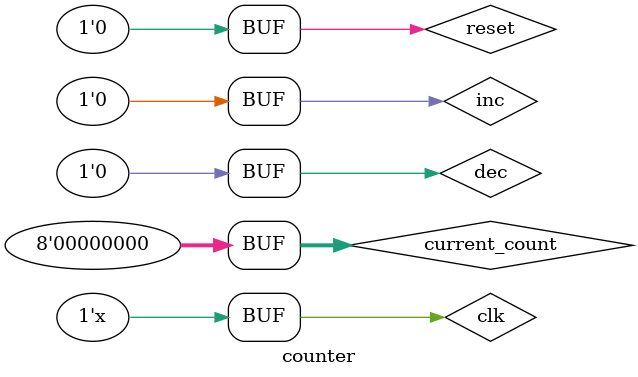
<source format=v>
module counter(
    );
	reg clk = 0;				//clock
	reg reset = 0;				//reset
	reg inc = 0;				//increment
	reg dec = 0;			//decrement
	wire [7:0] current_count = 0;		//initially setting counter to zero
	
	always  begin
	   #5;
	   clk = ~clk;
	   end
	   


    initial begin
    inc = 1;
    #40;
    inc = 0;
    end
endmodule
	  

</source>
